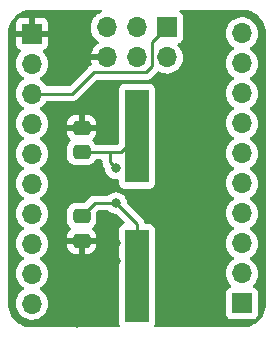
<source format=gbl>
G04 #@! TF.GenerationSoftware,KiCad,Pcbnew,6.0.8-1.fc36*
G04 #@! TF.CreationDate,2022-11-01T17:46:47+01:00*
G04 #@! TF.ProjectId,avr32dd20_eval,61767233-3264-4643-9230-5f6576616c2e,rev?*
G04 #@! TF.SameCoordinates,Original*
G04 #@! TF.FileFunction,Copper,L2,Bot*
G04 #@! TF.FilePolarity,Positive*
%FSLAX46Y46*%
G04 Gerber Fmt 4.6, Leading zero omitted, Abs format (unit mm)*
G04 Created by KiCad (PCBNEW 6.0.8-1.fc36) date 2022-11-01 17:46:47*
%MOMM*%
%LPD*%
G01*
G04 APERTURE LIST*
G04 Aperture macros list*
%AMRoundRect*
0 Rectangle with rounded corners*
0 $1 Rounding radius*
0 $2 $3 $4 $5 $6 $7 $8 $9 X,Y pos of 4 corners*
0 Add a 4 corners polygon primitive as box body*
4,1,4,$2,$3,$4,$5,$6,$7,$8,$9,$2,$3,0*
0 Add four circle primitives for the rounded corners*
1,1,$1+$1,$2,$3*
1,1,$1+$1,$4,$5*
1,1,$1+$1,$6,$7*
1,1,$1+$1,$8,$9*
0 Add four rect primitives between the rounded corners*
20,1,$1+$1,$2,$3,$4,$5,0*
20,1,$1+$1,$4,$5,$6,$7,0*
20,1,$1+$1,$6,$7,$8,$9,0*
20,1,$1+$1,$8,$9,$2,$3,0*%
G04 Aperture macros list end*
G04 #@! TA.AperFunction,ComponentPad*
%ADD10R,1.700000X1.700000*%
G04 #@! TD*
G04 #@! TA.AperFunction,ComponentPad*
%ADD11O,1.700000X1.700000*%
G04 #@! TD*
G04 #@! TA.AperFunction,SMDPad,CuDef*
%ADD12RoundRect,0.250000X-0.475000X0.337500X-0.475000X-0.337500X0.475000X-0.337500X0.475000X0.337500X0*%
G04 #@! TD*
G04 #@! TA.AperFunction,SMDPad,CuDef*
%ADD13R,2.000000X7.875000*%
G04 #@! TD*
G04 #@! TA.AperFunction,SMDPad,CuDef*
%ADD14RoundRect,0.250000X0.475000X-0.337500X0.475000X0.337500X-0.475000X0.337500X-0.475000X-0.337500X0*%
G04 #@! TD*
G04 #@! TA.AperFunction,ViaPad*
%ADD15C,0.800000*%
G04 #@! TD*
G04 #@! TA.AperFunction,Conductor*
%ADD16C,0.250000*%
G04 #@! TD*
G04 APERTURE END LIST*
D10*
X101585000Y-71877000D03*
D11*
X101585000Y-74417000D03*
X99045000Y-71877000D03*
X99045000Y-74417000D03*
X96505000Y-71877000D03*
X96505000Y-74417000D03*
D10*
X107950000Y-95245000D03*
D11*
X107950000Y-92705000D03*
X107950000Y-90165000D03*
X107950000Y-87625000D03*
X107950000Y-85085000D03*
X107950000Y-82545000D03*
X107950000Y-80005000D03*
X107950000Y-77465000D03*
X107950000Y-74925000D03*
X107950000Y-72385000D03*
D12*
X94361000Y-87862500D03*
X94361000Y-89937500D03*
D13*
X99060000Y-92964000D03*
X99060000Y-81089000D03*
D10*
X90170000Y-72395000D03*
D11*
X90170000Y-74935000D03*
X90170000Y-77475000D03*
X90170000Y-80015000D03*
X90170000Y-82555000D03*
X90170000Y-85095000D03*
X90170000Y-87635000D03*
X90170000Y-90175000D03*
X90170000Y-92715000D03*
X90170000Y-95255000D03*
D14*
X94361000Y-82444500D03*
X94361000Y-80369500D03*
D15*
X93980000Y-96901000D03*
X97282000Y-83820000D03*
X104013000Y-96774000D03*
X101092000Y-83312000D03*
X101092000Y-92456000D03*
X103505000Y-71755000D03*
X101092000Y-85090000D03*
X94107000Y-72517000D03*
X94107000Y-75311000D03*
X94107000Y-71120000D03*
X94107000Y-73914000D03*
X97282000Y-90170000D03*
X101092000Y-90678000D03*
X104775000Y-71120000D03*
X101092000Y-81788000D03*
X97028000Y-80391000D03*
X101092000Y-89154000D03*
X102362000Y-77978000D03*
X97282000Y-91694000D03*
X104140000Y-75946000D03*
X97282000Y-88646000D03*
X97282000Y-86741000D03*
D16*
X90170000Y-77475000D02*
X93594000Y-77475000D01*
X93594000Y-77475000D02*
X95377000Y-75692000D01*
X95377000Y-75692000D02*
X99822000Y-75692000D01*
X99822000Y-75692000D02*
X100330000Y-75184000D01*
X100330000Y-75184000D02*
X100330000Y-73132000D01*
X100330000Y-73132000D02*
X101585000Y-71877000D01*
X97282000Y-86741000D02*
X95482500Y-86741000D01*
X95482500Y-86741000D02*
X94361000Y-87862500D01*
X97282000Y-86741000D02*
X99060000Y-88519000D01*
X99060000Y-88519000D02*
X99060000Y-92964000D01*
X97282000Y-83820000D02*
X96774000Y-83312000D01*
X99060000Y-81089000D02*
X97726000Y-82423000D01*
X94382500Y-82423000D02*
X94361000Y-82444500D01*
X96774000Y-82423000D02*
X94382500Y-82423000D01*
X97726000Y-82423000D02*
X96774000Y-82423000D01*
X96774000Y-83312000D02*
X96774000Y-82423000D01*
G04 #@! TA.AperFunction,Conductor*
G36*
X96054965Y-70378502D02*
G01*
X96101458Y-70432158D01*
X96111562Y-70502432D01*
X96082068Y-70567012D01*
X96025991Y-70604265D01*
X95976756Y-70620357D01*
X95778607Y-70723507D01*
X95774474Y-70726610D01*
X95774471Y-70726612D01*
X95604100Y-70854530D01*
X95599965Y-70857635D01*
X95560525Y-70898907D01*
X95506280Y-70955671D01*
X95445629Y-71019138D01*
X95442720Y-71023403D01*
X95442714Y-71023411D01*
X95363243Y-71139912D01*
X95319743Y-71203680D01*
X95279048Y-71291351D01*
X95237129Y-71381658D01*
X95225688Y-71406305D01*
X95165989Y-71621570D01*
X95142251Y-71843695D01*
X95142548Y-71848848D01*
X95142548Y-71848851D01*
X95148422Y-71950720D01*
X95155110Y-72066715D01*
X95156247Y-72071761D01*
X95156248Y-72071767D01*
X95171851Y-72141000D01*
X95204222Y-72284639D01*
X95248980Y-72394865D01*
X95273361Y-72454908D01*
X95288266Y-72491616D01*
X95336022Y-72569547D01*
X95402291Y-72677688D01*
X95404987Y-72682088D01*
X95551250Y-72850938D01*
X95723126Y-72993632D01*
X95740903Y-73004020D01*
X95796955Y-73036774D01*
X95845679Y-73088412D01*
X95858750Y-73158195D01*
X95832019Y-73223967D01*
X95791562Y-73257327D01*
X95783457Y-73261546D01*
X95774738Y-73267036D01*
X95604433Y-73394905D01*
X95596726Y-73401748D01*
X95449590Y-73555717D01*
X95443104Y-73563727D01*
X95323098Y-73739649D01*
X95318000Y-73748623D01*
X95228338Y-73941783D01*
X95224775Y-73951470D01*
X95169389Y-74151183D01*
X95170912Y-74159607D01*
X95183292Y-74163000D01*
X96633000Y-74163000D01*
X96701121Y-74183002D01*
X96747614Y-74236658D01*
X96759000Y-74289000D01*
X96759000Y-74545000D01*
X96738998Y-74613121D01*
X96685342Y-74659614D01*
X96633000Y-74671000D01*
X95188225Y-74671000D01*
X95174694Y-74674973D01*
X95173257Y-74684966D01*
X95203565Y-74819446D01*
X95206645Y-74829275D01*
X95245808Y-74925724D01*
X95252904Y-74996365D01*
X95220682Y-75059629D01*
X95164220Y-75094124D01*
X95123407Y-75105982D01*
X95116581Y-75110019D01*
X95105972Y-75116293D01*
X95088224Y-75124988D01*
X95069383Y-75132448D01*
X95062967Y-75137110D01*
X95062966Y-75137110D01*
X95033613Y-75158436D01*
X95023693Y-75164952D01*
X94992465Y-75183420D01*
X94992462Y-75183422D01*
X94985638Y-75187458D01*
X94971317Y-75201779D01*
X94956284Y-75214619D01*
X94939893Y-75226528D01*
X94934842Y-75232634D01*
X94911702Y-75260605D01*
X94903712Y-75269384D01*
X93368500Y-76804595D01*
X93306188Y-76838621D01*
X93279405Y-76841500D01*
X91446805Y-76841500D01*
X91378684Y-76821498D01*
X91341013Y-76783940D01*
X91252822Y-76647617D01*
X91252820Y-76647614D01*
X91250014Y-76643277D01*
X91099670Y-76478051D01*
X91095619Y-76474852D01*
X91095615Y-76474848D01*
X90928414Y-76342800D01*
X90928410Y-76342798D01*
X90924359Y-76339598D01*
X90883053Y-76316796D01*
X90833084Y-76266364D01*
X90818312Y-76196921D01*
X90843428Y-76130516D01*
X90870780Y-76103909D01*
X90914603Y-76072650D01*
X91049860Y-75976173D01*
X91208096Y-75818489D01*
X91212661Y-75812137D01*
X91335435Y-75641277D01*
X91338453Y-75637077D01*
X91343396Y-75627077D01*
X91435136Y-75441453D01*
X91435137Y-75441451D01*
X91437430Y-75436811D01*
X91502370Y-75223069D01*
X91531529Y-75001590D01*
X91533156Y-74935000D01*
X91514852Y-74712361D01*
X91460431Y-74495702D01*
X91371354Y-74290840D01*
X91305692Y-74189342D01*
X91252822Y-74107617D01*
X91252820Y-74107614D01*
X91250014Y-74103277D01*
X91246540Y-74099459D01*
X91246533Y-74099450D01*
X91102435Y-73941088D01*
X91071383Y-73877242D01*
X91079779Y-73806744D01*
X91124956Y-73751976D01*
X91151400Y-73738307D01*
X91258052Y-73698325D01*
X91273649Y-73689786D01*
X91375724Y-73613285D01*
X91388285Y-73600724D01*
X91464786Y-73498649D01*
X91473324Y-73483054D01*
X91518478Y-73362606D01*
X91522105Y-73347351D01*
X91527631Y-73296486D01*
X91528000Y-73289672D01*
X91528000Y-72667115D01*
X91523525Y-72651876D01*
X91522135Y-72650671D01*
X91514452Y-72649000D01*
X88830116Y-72649000D01*
X88814877Y-72653475D01*
X88813672Y-72654865D01*
X88812001Y-72662548D01*
X88812001Y-73289669D01*
X88812371Y-73296490D01*
X88817895Y-73347352D01*
X88821521Y-73362604D01*
X88866676Y-73483054D01*
X88875214Y-73498649D01*
X88951715Y-73600724D01*
X88964276Y-73613285D01*
X89066351Y-73689786D01*
X89081946Y-73698324D01*
X89190827Y-73739142D01*
X89247591Y-73781784D01*
X89272291Y-73848345D01*
X89257083Y-73917694D01*
X89237691Y-73944175D01*
X89205652Y-73977702D01*
X89110629Y-74077138D01*
X89107715Y-74081410D01*
X89107714Y-74081411D01*
X89099620Y-74093277D01*
X88984743Y-74261680D01*
X88969003Y-74295590D01*
X88893013Y-74459297D01*
X88890688Y-74464305D01*
X88830989Y-74679570D01*
X88807251Y-74901695D01*
X88807548Y-74906848D01*
X88807548Y-74906851D01*
X88818223Y-75091988D01*
X88820110Y-75124715D01*
X88821247Y-75129761D01*
X88821248Y-75129767D01*
X88839058Y-75208793D01*
X88869222Y-75342639D01*
X88930673Y-75493976D01*
X88947262Y-75534829D01*
X88953266Y-75549616D01*
X88983648Y-75599195D01*
X89062005Y-75727062D01*
X89069987Y-75740088D01*
X89216250Y-75908938D01*
X89388126Y-76051632D01*
X89444332Y-76084476D01*
X89461445Y-76094476D01*
X89510169Y-76146114D01*
X89523240Y-76215897D01*
X89496509Y-76281669D01*
X89456055Y-76315027D01*
X89443607Y-76321507D01*
X89439474Y-76324610D01*
X89439471Y-76324612D01*
X89273305Y-76449373D01*
X89264965Y-76455635D01*
X89110629Y-76617138D01*
X89107715Y-76621410D01*
X89107714Y-76621411D01*
X89099620Y-76633277D01*
X88984743Y-76801680D01*
X88967596Y-76838621D01*
X88893013Y-76999297D01*
X88890688Y-77004305D01*
X88830989Y-77219570D01*
X88807251Y-77441695D01*
X88807548Y-77446848D01*
X88807548Y-77446851D01*
X88819235Y-77649547D01*
X88820110Y-77664715D01*
X88821247Y-77669761D01*
X88821248Y-77669767D01*
X88840022Y-77753069D01*
X88869222Y-77882639D01*
X88929014Y-78029890D01*
X88947262Y-78074829D01*
X88953266Y-78089616D01*
X89069987Y-78280088D01*
X89216250Y-78448938D01*
X89388126Y-78591632D01*
X89444332Y-78624476D01*
X89461445Y-78634476D01*
X89510169Y-78686114D01*
X89523240Y-78755897D01*
X89496509Y-78821669D01*
X89456055Y-78855027D01*
X89443607Y-78861507D01*
X89439474Y-78864610D01*
X89439471Y-78864612D01*
X89273305Y-78989373D01*
X89264965Y-78995635D01*
X89110629Y-79157138D01*
X89107715Y-79161410D01*
X89107714Y-79161411D01*
X89099620Y-79173277D01*
X88984743Y-79341680D01*
X88969003Y-79375590D01*
X88893013Y-79539297D01*
X88890688Y-79544305D01*
X88830989Y-79759570D01*
X88807251Y-79981695D01*
X88807548Y-79986848D01*
X88807548Y-79986851D01*
X88814185Y-80101952D01*
X88820110Y-80204715D01*
X88821247Y-80209761D01*
X88821248Y-80209767D01*
X88840022Y-80293069D01*
X88869222Y-80422639D01*
X88907461Y-80516811D01*
X88950783Y-80623500D01*
X88953266Y-80629616D01*
X88960619Y-80641615D01*
X89033510Y-80760562D01*
X89069987Y-80820088D01*
X89216250Y-80988938D01*
X89388126Y-81131632D01*
X89444332Y-81164476D01*
X89461445Y-81174476D01*
X89510169Y-81226114D01*
X89523240Y-81295897D01*
X89496509Y-81361669D01*
X89456055Y-81395027D01*
X89443607Y-81401507D01*
X89439474Y-81404610D01*
X89439471Y-81404612D01*
X89273305Y-81529373D01*
X89264965Y-81535635D01*
X89110629Y-81697138D01*
X89107715Y-81701410D01*
X89107714Y-81701411D01*
X89099620Y-81713277D01*
X88984743Y-81881680D01*
X88969003Y-81915590D01*
X88893013Y-82079297D01*
X88890688Y-82084305D01*
X88830989Y-82299570D01*
X88807251Y-82521695D01*
X88807548Y-82526848D01*
X88807548Y-82526851D01*
X88813011Y-82621590D01*
X88820110Y-82744715D01*
X88821247Y-82749761D01*
X88821248Y-82749767D01*
X88839135Y-82829134D01*
X88869222Y-82962639D01*
X88929942Y-83112176D01*
X88947262Y-83154829D01*
X88953266Y-83169616D01*
X88992250Y-83233233D01*
X89047839Y-83323945D01*
X89069987Y-83360088D01*
X89216250Y-83528938D01*
X89388126Y-83671632D01*
X89430743Y-83696535D01*
X89461445Y-83714476D01*
X89510169Y-83766114D01*
X89523240Y-83835897D01*
X89496509Y-83901669D01*
X89456055Y-83935027D01*
X89443607Y-83941507D01*
X89439474Y-83944610D01*
X89439471Y-83944612D01*
X89273305Y-84069373D01*
X89264965Y-84075635D01*
X89110629Y-84237138D01*
X89107715Y-84241410D01*
X89107714Y-84241411D01*
X89099620Y-84253277D01*
X88984743Y-84421680D01*
X88969003Y-84455590D01*
X88893013Y-84619297D01*
X88890688Y-84624305D01*
X88830989Y-84839570D01*
X88807251Y-85061695D01*
X88807548Y-85066848D01*
X88807548Y-85066851D01*
X88813011Y-85161590D01*
X88820110Y-85284715D01*
X88821247Y-85289761D01*
X88821248Y-85289767D01*
X88840022Y-85373069D01*
X88869222Y-85502639D01*
X88907461Y-85596811D01*
X88947262Y-85694829D01*
X88953266Y-85709616D01*
X89069987Y-85900088D01*
X89216250Y-86068938D01*
X89388126Y-86211632D01*
X89444332Y-86244476D01*
X89461445Y-86254476D01*
X89510169Y-86306114D01*
X89523240Y-86375897D01*
X89496509Y-86441669D01*
X89456055Y-86475027D01*
X89443607Y-86481507D01*
X89439474Y-86484610D01*
X89439471Y-86484612D01*
X89273305Y-86609373D01*
X89264965Y-86615635D01*
X89110629Y-86777138D01*
X89107715Y-86781410D01*
X89107714Y-86781411D01*
X89069585Y-86837306D01*
X88984743Y-86961680D01*
X88969003Y-86995590D01*
X88893013Y-87159297D01*
X88890688Y-87164305D01*
X88830989Y-87379570D01*
X88807251Y-87601695D01*
X88807548Y-87606848D01*
X88807548Y-87606851D01*
X88813011Y-87701590D01*
X88820110Y-87824715D01*
X88821247Y-87829761D01*
X88821248Y-87829767D01*
X88840022Y-87913069D01*
X88869222Y-88042639D01*
X88907461Y-88136811D01*
X88947262Y-88234829D01*
X88953266Y-88249616D01*
X88955965Y-88254020D01*
X89021034Y-88360203D01*
X89069987Y-88440088D01*
X89216250Y-88608938D01*
X89388126Y-88751632D01*
X89444332Y-88784476D01*
X89461445Y-88794476D01*
X89510169Y-88846114D01*
X89523240Y-88915897D01*
X89496509Y-88981669D01*
X89456055Y-89015027D01*
X89443607Y-89021507D01*
X89439474Y-89024610D01*
X89439471Y-89024612D01*
X89273305Y-89149373D01*
X89264965Y-89155635D01*
X89110629Y-89317138D01*
X89107715Y-89321410D01*
X89107714Y-89321411D01*
X89099620Y-89333277D01*
X88984743Y-89501680D01*
X88960965Y-89552905D01*
X88893013Y-89699297D01*
X88890688Y-89704305D01*
X88830989Y-89919570D01*
X88807251Y-90141695D01*
X88807548Y-90146848D01*
X88807548Y-90146851D01*
X88818025Y-90328562D01*
X88820110Y-90364715D01*
X88821247Y-90369761D01*
X88821248Y-90369767D01*
X88840022Y-90453069D01*
X88869222Y-90582639D01*
X88907461Y-90676811D01*
X88947262Y-90774829D01*
X88953266Y-90789616D01*
X88955965Y-90794020D01*
X89063170Y-90968963D01*
X89069987Y-90980088D01*
X89216250Y-91148938D01*
X89388126Y-91291632D01*
X89444332Y-91324476D01*
X89461445Y-91334476D01*
X89510169Y-91386114D01*
X89523240Y-91455897D01*
X89496509Y-91521669D01*
X89456055Y-91555027D01*
X89443607Y-91561507D01*
X89439474Y-91564610D01*
X89439471Y-91564612D01*
X89273305Y-91689373D01*
X89264965Y-91695635D01*
X89110629Y-91857138D01*
X89107715Y-91861410D01*
X89107714Y-91861411D01*
X89099620Y-91873277D01*
X88984743Y-92041680D01*
X88969003Y-92075590D01*
X88893013Y-92239297D01*
X88890688Y-92244305D01*
X88830989Y-92459570D01*
X88807251Y-92681695D01*
X88807548Y-92686848D01*
X88807548Y-92686851D01*
X88813011Y-92781590D01*
X88820110Y-92904715D01*
X88821247Y-92909761D01*
X88821248Y-92909767D01*
X88840022Y-92993069D01*
X88869222Y-93122639D01*
X88907461Y-93216811D01*
X88947262Y-93314829D01*
X88953266Y-93329616D01*
X89069987Y-93520088D01*
X89216250Y-93688938D01*
X89388126Y-93831632D01*
X89432083Y-93857318D01*
X89461445Y-93874476D01*
X89510169Y-93926114D01*
X89523240Y-93995897D01*
X89496509Y-94061669D01*
X89456055Y-94095027D01*
X89443607Y-94101507D01*
X89439474Y-94104610D01*
X89439471Y-94104612D01*
X89269100Y-94232530D01*
X89264965Y-94235635D01*
X89110629Y-94397138D01*
X88984743Y-94581680D01*
X88890688Y-94784305D01*
X88830989Y-94999570D01*
X88807251Y-95221695D01*
X88807548Y-95226848D01*
X88807548Y-95226851D01*
X88813011Y-95321590D01*
X88820110Y-95444715D01*
X88821247Y-95449761D01*
X88821248Y-95449767D01*
X88841119Y-95537939D01*
X88869222Y-95662639D01*
X88953266Y-95869616D01*
X88955965Y-95874020D01*
X89049969Y-96027421D01*
X89069987Y-96060088D01*
X89216250Y-96228938D01*
X89388126Y-96371632D01*
X89581000Y-96484338D01*
X89585825Y-96486180D01*
X89585826Y-96486181D01*
X89658612Y-96513975D01*
X89789692Y-96564030D01*
X89794760Y-96565061D01*
X89794763Y-96565062D01*
X89902017Y-96586883D01*
X90008597Y-96608567D01*
X90013772Y-96608757D01*
X90013774Y-96608757D01*
X90226673Y-96616564D01*
X90226677Y-96616564D01*
X90231837Y-96616753D01*
X90236957Y-96616097D01*
X90236959Y-96616097D01*
X90448288Y-96589025D01*
X90448289Y-96589025D01*
X90453416Y-96588368D01*
X90458366Y-96586883D01*
X90662429Y-96525661D01*
X90662434Y-96525659D01*
X90667384Y-96524174D01*
X90867994Y-96425896D01*
X91049860Y-96296173D01*
X91073500Y-96272616D01*
X91204435Y-96142137D01*
X91208096Y-96138489D01*
X91267594Y-96055689D01*
X91335435Y-95961277D01*
X91338453Y-95957077D01*
X91437430Y-95756811D01*
X91502370Y-95543069D01*
X91531529Y-95321590D01*
X91532736Y-95272204D01*
X91533074Y-95258365D01*
X91533074Y-95258361D01*
X91533156Y-95255000D01*
X91514852Y-95032361D01*
X91460431Y-94815702D01*
X91371354Y-94610840D01*
X91250014Y-94423277D01*
X91099670Y-94258051D01*
X91095619Y-94254852D01*
X91095615Y-94254848D01*
X90928414Y-94122800D01*
X90928410Y-94122798D01*
X90924359Y-94119598D01*
X90883053Y-94096796D01*
X90833084Y-94046364D01*
X90818312Y-93976921D01*
X90843428Y-93910516D01*
X90870780Y-93883909D01*
X90914603Y-93852650D01*
X91049860Y-93756173D01*
X91208096Y-93598489D01*
X91212661Y-93592137D01*
X91335435Y-93421277D01*
X91338453Y-93417077D01*
X91343396Y-93407077D01*
X91435136Y-93221453D01*
X91435137Y-93221451D01*
X91437430Y-93216811D01*
X91502370Y-93003069D01*
X91531529Y-92781590D01*
X91533156Y-92715000D01*
X91514852Y-92492361D01*
X91460431Y-92275702D01*
X91371354Y-92070840D01*
X91250014Y-91883277D01*
X91099670Y-91718051D01*
X91095619Y-91714852D01*
X91095615Y-91714848D01*
X90928414Y-91582800D01*
X90928410Y-91582798D01*
X90924359Y-91579598D01*
X90883053Y-91556796D01*
X90833084Y-91506364D01*
X90818312Y-91436921D01*
X90843428Y-91370516D01*
X90870780Y-91343909D01*
X90914603Y-91312650D01*
X91049860Y-91216173D01*
X91208096Y-91058489D01*
X91212661Y-91052137D01*
X91335435Y-90881277D01*
X91338453Y-90877077D01*
X91343396Y-90867077D01*
X91435136Y-90681453D01*
X91435137Y-90681451D01*
X91437430Y-90676811D01*
X91502370Y-90463069D01*
X91520930Y-90322095D01*
X93128001Y-90322095D01*
X93128338Y-90328614D01*
X93138257Y-90424206D01*
X93141149Y-90437600D01*
X93192588Y-90591784D01*
X93198761Y-90604962D01*
X93284063Y-90742807D01*
X93293099Y-90754208D01*
X93407829Y-90868739D01*
X93419240Y-90877751D01*
X93557243Y-90962816D01*
X93570424Y-90968963D01*
X93724710Y-91020138D01*
X93738086Y-91023005D01*
X93832438Y-91032672D01*
X93838854Y-91033000D01*
X94088885Y-91033000D01*
X94104124Y-91028525D01*
X94105329Y-91027135D01*
X94107000Y-91019452D01*
X94107000Y-91014884D01*
X94615000Y-91014884D01*
X94619475Y-91030123D01*
X94620865Y-91031328D01*
X94628548Y-91032999D01*
X94883095Y-91032999D01*
X94889614Y-91032662D01*
X94985206Y-91022743D01*
X94998600Y-91019851D01*
X95152784Y-90968412D01*
X95165962Y-90962239D01*
X95303807Y-90876937D01*
X95315208Y-90867901D01*
X95429739Y-90753171D01*
X95438751Y-90741760D01*
X95523816Y-90603757D01*
X95529963Y-90590576D01*
X95581138Y-90436290D01*
X95584005Y-90422914D01*
X95593672Y-90328562D01*
X95594000Y-90322146D01*
X95594000Y-90209615D01*
X95589525Y-90194376D01*
X95588135Y-90193171D01*
X95580452Y-90191500D01*
X94633115Y-90191500D01*
X94617876Y-90195975D01*
X94616671Y-90197365D01*
X94615000Y-90205048D01*
X94615000Y-91014884D01*
X94107000Y-91014884D01*
X94107000Y-90209615D01*
X94102525Y-90194376D01*
X94101135Y-90193171D01*
X94093452Y-90191500D01*
X93146116Y-90191500D01*
X93130877Y-90195975D01*
X93129672Y-90197365D01*
X93128001Y-90205048D01*
X93128001Y-90322095D01*
X91520930Y-90322095D01*
X91531529Y-90241590D01*
X91533156Y-90175000D01*
X91514852Y-89952361D01*
X91460431Y-89735702D01*
X91371354Y-89530840D01*
X91250014Y-89343277D01*
X91099670Y-89178051D01*
X91095619Y-89174852D01*
X91095615Y-89174848D01*
X90928414Y-89042800D01*
X90928410Y-89042798D01*
X90924359Y-89039598D01*
X90883053Y-89016796D01*
X90833084Y-88966364D01*
X90818312Y-88896921D01*
X90843428Y-88830516D01*
X90870780Y-88803909D01*
X90914661Y-88772609D01*
X91049860Y-88676173D01*
X91208096Y-88518489D01*
X91212661Y-88512137D01*
X91335435Y-88341277D01*
X91338453Y-88337077D01*
X91343396Y-88327077D01*
X91435136Y-88141453D01*
X91435137Y-88141451D01*
X91437430Y-88136811D01*
X91502370Y-87923069D01*
X91531529Y-87701590D01*
X91533156Y-87635000D01*
X91514852Y-87412361D01*
X91460431Y-87195702D01*
X91371354Y-86990840D01*
X91327252Y-86922668D01*
X91252822Y-86807617D01*
X91252820Y-86807614D01*
X91250014Y-86803277D01*
X91099670Y-86638051D01*
X91095619Y-86634852D01*
X91095615Y-86634848D01*
X90928414Y-86502800D01*
X90928410Y-86502798D01*
X90924359Y-86499598D01*
X90883053Y-86476796D01*
X90833084Y-86426364D01*
X90818312Y-86356921D01*
X90843428Y-86290516D01*
X90870780Y-86263909D01*
X90914923Y-86232422D01*
X91049860Y-86136173D01*
X91075798Y-86110326D01*
X91204435Y-85982137D01*
X91208096Y-85978489D01*
X91212661Y-85972137D01*
X91335435Y-85801277D01*
X91338453Y-85797077D01*
X91343396Y-85787077D01*
X91435136Y-85601453D01*
X91435137Y-85601451D01*
X91437430Y-85596811D01*
X91502370Y-85383069D01*
X91531529Y-85161590D01*
X91533156Y-85095000D01*
X91514852Y-84872361D01*
X91460431Y-84655702D01*
X91371354Y-84450840D01*
X91250014Y-84263277D01*
X91099670Y-84098051D01*
X91095619Y-84094852D01*
X91095615Y-84094848D01*
X90928414Y-83962800D01*
X90928410Y-83962798D01*
X90924359Y-83959598D01*
X90883053Y-83936796D01*
X90833084Y-83886364D01*
X90818312Y-83816921D01*
X90843428Y-83750516D01*
X90870780Y-83723909D01*
X90914603Y-83692650D01*
X91049860Y-83596173D01*
X91208096Y-83438489D01*
X91212661Y-83432137D01*
X91335435Y-83261277D01*
X91338453Y-83257077D01*
X91341892Y-83250120D01*
X91435136Y-83061453D01*
X91435137Y-83061451D01*
X91437430Y-83056811D01*
X91502370Y-82843069D01*
X91503775Y-82832400D01*
X93127500Y-82832400D01*
X93127837Y-82835646D01*
X93127837Y-82835650D01*
X93128075Y-82837939D01*
X93138474Y-82938166D01*
X93140655Y-82944702D01*
X93140655Y-82944704D01*
X93173068Y-83041857D01*
X93194450Y-83105946D01*
X93287522Y-83256348D01*
X93412697Y-83381305D01*
X93418927Y-83385145D01*
X93418928Y-83385146D01*
X93556090Y-83469694D01*
X93563262Y-83474115D01*
X93575488Y-83478170D01*
X93724611Y-83527632D01*
X93724613Y-83527632D01*
X93731139Y-83529797D01*
X93737975Y-83530497D01*
X93737978Y-83530498D01*
X93781031Y-83534909D01*
X93835600Y-83540500D01*
X94886400Y-83540500D01*
X94889646Y-83540163D01*
X94889650Y-83540163D01*
X94985308Y-83530238D01*
X94985312Y-83530237D01*
X94992166Y-83529526D01*
X94998702Y-83527345D01*
X94998704Y-83527345D01*
X95146098Y-83478170D01*
X95159946Y-83473550D01*
X95310348Y-83380478D01*
X95330703Y-83360088D01*
X95430134Y-83260483D01*
X95435305Y-83255303D01*
X95520937Y-83116383D01*
X95573708Y-83068891D01*
X95628196Y-83056500D01*
X96014500Y-83056500D01*
X96082621Y-83076502D01*
X96129114Y-83130158D01*
X96140500Y-83182500D01*
X96140500Y-83233233D01*
X96139973Y-83244416D01*
X96138298Y-83251909D01*
X96138547Y-83259835D01*
X96138547Y-83259836D01*
X96140438Y-83319986D01*
X96140500Y-83323945D01*
X96140500Y-83351856D01*
X96140997Y-83355790D01*
X96140997Y-83355791D01*
X96141005Y-83355856D01*
X96141938Y-83367693D01*
X96143327Y-83411889D01*
X96148150Y-83428489D01*
X96148978Y-83431339D01*
X96152987Y-83450700D01*
X96155526Y-83470797D01*
X96158445Y-83478168D01*
X96158445Y-83478170D01*
X96171804Y-83511912D01*
X96175649Y-83523142D01*
X96177711Y-83530238D01*
X96187982Y-83565593D01*
X96192015Y-83572412D01*
X96192017Y-83572417D01*
X96198293Y-83583028D01*
X96206988Y-83600776D01*
X96214448Y-83619617D01*
X96219110Y-83626033D01*
X96219110Y-83626034D01*
X96240436Y-83655387D01*
X96246952Y-83665307D01*
X96269458Y-83703362D01*
X96283779Y-83717683D01*
X96296619Y-83732716D01*
X96308528Y-83749107D01*
X96314632Y-83754156D01*
X96314636Y-83754161D01*
X96326425Y-83763913D01*
X96366164Y-83822747D01*
X96371421Y-83847828D01*
X96388458Y-84009928D01*
X96447473Y-84191556D01*
X96542960Y-84356944D01*
X96547378Y-84361851D01*
X96547379Y-84361852D01*
X96592244Y-84411680D01*
X96670747Y-84498866D01*
X96825248Y-84611118D01*
X96831276Y-84613802D01*
X96831278Y-84613803D01*
X96936656Y-84660720D01*
X96999712Y-84688794D01*
X97093113Y-84708647D01*
X97180056Y-84727128D01*
X97180061Y-84727128D01*
X97186513Y-84728500D01*
X97377487Y-84728500D01*
X97386594Y-84726564D01*
X97399304Y-84723863D01*
X97470095Y-84729266D01*
X97526727Y-84772083D01*
X97551220Y-84838720D01*
X97551500Y-84847110D01*
X97551500Y-85074634D01*
X97558255Y-85136816D01*
X97609385Y-85273205D01*
X97696739Y-85389761D01*
X97813295Y-85477115D01*
X97949684Y-85528245D01*
X98011866Y-85535000D01*
X100108134Y-85535000D01*
X100170316Y-85528245D01*
X100306705Y-85477115D01*
X100423261Y-85389761D01*
X100510615Y-85273205D01*
X100561745Y-85136816D01*
X100568500Y-85074634D01*
X100568500Y-77103366D01*
X100561745Y-77041184D01*
X100510615Y-76904795D01*
X100423261Y-76788239D01*
X100306705Y-76700885D01*
X100170316Y-76649755D01*
X100108134Y-76643000D01*
X98011866Y-76643000D01*
X97949684Y-76649755D01*
X97813295Y-76700885D01*
X97696739Y-76788239D01*
X97609385Y-76904795D01*
X97558255Y-77041184D01*
X97551500Y-77103366D01*
X97551500Y-81649405D01*
X97531498Y-81717526D01*
X97514595Y-81738500D01*
X97500500Y-81752595D01*
X97438188Y-81786621D01*
X97411405Y-81789500D01*
X96845793Y-81789500D01*
X96822184Y-81787268D01*
X96821881Y-81787210D01*
X96821877Y-81787210D01*
X96814094Y-81785725D01*
X96758049Y-81789251D01*
X96750138Y-81789500D01*
X95601741Y-81789500D01*
X95533620Y-81769498D01*
X95494597Y-81729803D01*
X95482007Y-81709457D01*
X95434478Y-81632652D01*
X95309303Y-81507695D01*
X95304765Y-81504898D01*
X95264176Y-81447647D01*
X95260946Y-81376724D01*
X95296572Y-81315313D01*
X95305068Y-81307938D01*
X95315207Y-81299902D01*
X95429739Y-81185171D01*
X95438751Y-81173760D01*
X95523816Y-81035757D01*
X95529963Y-81022576D01*
X95581138Y-80868290D01*
X95584005Y-80854914D01*
X95593672Y-80760562D01*
X95594000Y-80754146D01*
X95594000Y-80641615D01*
X95589525Y-80626376D01*
X95588135Y-80625171D01*
X95580452Y-80623500D01*
X93146116Y-80623500D01*
X93130877Y-80627975D01*
X93129672Y-80629365D01*
X93128001Y-80637048D01*
X93128001Y-80754095D01*
X93128338Y-80760614D01*
X93138257Y-80856206D01*
X93141149Y-80869600D01*
X93192588Y-81023784D01*
X93198761Y-81036962D01*
X93284063Y-81174807D01*
X93293099Y-81186208D01*
X93407828Y-81300738D01*
X93416762Y-81307794D01*
X93457823Y-81365712D01*
X93461053Y-81436635D01*
X93425426Y-81498046D01*
X93417593Y-81504846D01*
X93411652Y-81508522D01*
X93286695Y-81633697D01*
X93282855Y-81639927D01*
X93282854Y-81639928D01*
X93202986Y-81769498D01*
X93193885Y-81784262D01*
X93191581Y-81791209D01*
X93153643Y-81905590D01*
X93138203Y-81952139D01*
X93127500Y-82056600D01*
X93127500Y-82832400D01*
X91503775Y-82832400D01*
X91531529Y-82621590D01*
X91533156Y-82555000D01*
X91514852Y-82332361D01*
X91460431Y-82115702D01*
X91371354Y-81910840D01*
X91290736Y-81786223D01*
X91252822Y-81727617D01*
X91252820Y-81727614D01*
X91250014Y-81723277D01*
X91099670Y-81558051D01*
X91095619Y-81554852D01*
X91095615Y-81554848D01*
X90928414Y-81422800D01*
X90928410Y-81422798D01*
X90924359Y-81419598D01*
X90883053Y-81396796D01*
X90833084Y-81346364D01*
X90818312Y-81276921D01*
X90843428Y-81210516D01*
X90870780Y-81183909D01*
X90914603Y-81152650D01*
X91049860Y-81056173D01*
X91070348Y-81035757D01*
X91204435Y-80902137D01*
X91208096Y-80898489D01*
X91212661Y-80892137D01*
X91335435Y-80721277D01*
X91338453Y-80717077D01*
X91343396Y-80707077D01*
X91435136Y-80521453D01*
X91435137Y-80521451D01*
X91437430Y-80516811D01*
X91502370Y-80303069D01*
X91529449Y-80097385D01*
X93128000Y-80097385D01*
X93132475Y-80112624D01*
X93133865Y-80113829D01*
X93141548Y-80115500D01*
X94088885Y-80115500D01*
X94104124Y-80111025D01*
X94105329Y-80109635D01*
X94107000Y-80101952D01*
X94107000Y-80097385D01*
X94615000Y-80097385D01*
X94619475Y-80112624D01*
X94620865Y-80113829D01*
X94628548Y-80115500D01*
X95575884Y-80115500D01*
X95591123Y-80111025D01*
X95592328Y-80109635D01*
X95593999Y-80101952D01*
X95593999Y-79984905D01*
X95593662Y-79978386D01*
X95583743Y-79882794D01*
X95580851Y-79869400D01*
X95529412Y-79715216D01*
X95523239Y-79702038D01*
X95437937Y-79564193D01*
X95428901Y-79552792D01*
X95314171Y-79438261D01*
X95302760Y-79429249D01*
X95164757Y-79344184D01*
X95151576Y-79338037D01*
X94997290Y-79286862D01*
X94983914Y-79283995D01*
X94889562Y-79274328D01*
X94883145Y-79274000D01*
X94633115Y-79274000D01*
X94617876Y-79278475D01*
X94616671Y-79279865D01*
X94615000Y-79287548D01*
X94615000Y-80097385D01*
X94107000Y-80097385D01*
X94107000Y-79292116D01*
X94102525Y-79276877D01*
X94101135Y-79275672D01*
X94093452Y-79274001D01*
X93838905Y-79274001D01*
X93832386Y-79274338D01*
X93736794Y-79284257D01*
X93723400Y-79287149D01*
X93569216Y-79338588D01*
X93556038Y-79344761D01*
X93418193Y-79430063D01*
X93406792Y-79439099D01*
X93292261Y-79553829D01*
X93283249Y-79565240D01*
X93198184Y-79703243D01*
X93192037Y-79716424D01*
X93140862Y-79870710D01*
X93137995Y-79884086D01*
X93128328Y-79978438D01*
X93128000Y-79984855D01*
X93128000Y-80097385D01*
X91529449Y-80097385D01*
X91531529Y-80081590D01*
X91533156Y-80015000D01*
X91514852Y-79792361D01*
X91460431Y-79575702D01*
X91371354Y-79370840D01*
X91250014Y-79183277D01*
X91099670Y-79018051D01*
X91095619Y-79014852D01*
X91095615Y-79014848D01*
X90928414Y-78882800D01*
X90928410Y-78882798D01*
X90924359Y-78879598D01*
X90883053Y-78856796D01*
X90833084Y-78806364D01*
X90818312Y-78736921D01*
X90843428Y-78670516D01*
X90870780Y-78643909D01*
X90914603Y-78612650D01*
X91049860Y-78516173D01*
X91208096Y-78358489D01*
X91212661Y-78352137D01*
X91335435Y-78181277D01*
X91338453Y-78177077D01*
X91340746Y-78172437D01*
X91342446Y-78169608D01*
X91394674Y-78121518D01*
X91450451Y-78108500D01*
X93515233Y-78108500D01*
X93526416Y-78109027D01*
X93533909Y-78110702D01*
X93541835Y-78110453D01*
X93541836Y-78110453D01*
X93601986Y-78108562D01*
X93605945Y-78108500D01*
X93633856Y-78108500D01*
X93637791Y-78108003D01*
X93637856Y-78107995D01*
X93649693Y-78107062D01*
X93681951Y-78106048D01*
X93685970Y-78105922D01*
X93693889Y-78105673D01*
X93713343Y-78100021D01*
X93732700Y-78096013D01*
X93744930Y-78094468D01*
X93744931Y-78094468D01*
X93752797Y-78093474D01*
X93760168Y-78090555D01*
X93760170Y-78090555D01*
X93793912Y-78077196D01*
X93805142Y-78073351D01*
X93839983Y-78063229D01*
X93839984Y-78063229D01*
X93847593Y-78061018D01*
X93854412Y-78056985D01*
X93854417Y-78056983D01*
X93865028Y-78050707D01*
X93882776Y-78042012D01*
X93901617Y-78034552D01*
X93937387Y-78008564D01*
X93947307Y-78002048D01*
X93978535Y-77983580D01*
X93978538Y-77983578D01*
X93985362Y-77979542D01*
X93999683Y-77965221D01*
X94014717Y-77952380D01*
X94024694Y-77945131D01*
X94031107Y-77940472D01*
X94059298Y-77906395D01*
X94067288Y-77897616D01*
X95602500Y-76362405D01*
X95664812Y-76328379D01*
X95691595Y-76325500D01*
X99743233Y-76325500D01*
X99754416Y-76326027D01*
X99761909Y-76327702D01*
X99769835Y-76327453D01*
X99769836Y-76327453D01*
X99829986Y-76325562D01*
X99833945Y-76325500D01*
X99861856Y-76325500D01*
X99865791Y-76325003D01*
X99865856Y-76324995D01*
X99877693Y-76324062D01*
X99909951Y-76323048D01*
X99913970Y-76322922D01*
X99921889Y-76322673D01*
X99941343Y-76317021D01*
X99960700Y-76313013D01*
X99972930Y-76311468D01*
X99972931Y-76311468D01*
X99980797Y-76310474D01*
X99988168Y-76307555D01*
X99988170Y-76307555D01*
X100021912Y-76294196D01*
X100033142Y-76290351D01*
X100067983Y-76280229D01*
X100067984Y-76280229D01*
X100075593Y-76278018D01*
X100082412Y-76273985D01*
X100082417Y-76273983D01*
X100093028Y-76267707D01*
X100110776Y-76259012D01*
X100129617Y-76251552D01*
X100165387Y-76225564D01*
X100175307Y-76219048D01*
X100206535Y-76200580D01*
X100206538Y-76200578D01*
X100213362Y-76196542D01*
X100227683Y-76182221D01*
X100242717Y-76169380D01*
X100259107Y-76157472D01*
X100287298Y-76123395D01*
X100295288Y-76114616D01*
X100722247Y-75687657D01*
X100730537Y-75680113D01*
X100737018Y-75676000D01*
X100778032Y-75632324D01*
X100839245Y-75596358D01*
X100910185Y-75599195D01*
X100933453Y-75609788D01*
X100996000Y-75646338D01*
X101204692Y-75726030D01*
X101209760Y-75727061D01*
X101209763Y-75727062D01*
X101317017Y-75748883D01*
X101423597Y-75770567D01*
X101428772Y-75770757D01*
X101428774Y-75770757D01*
X101641673Y-75778564D01*
X101641677Y-75778564D01*
X101646837Y-75778753D01*
X101651957Y-75778097D01*
X101651959Y-75778097D01*
X101863288Y-75751025D01*
X101863289Y-75751025D01*
X101868416Y-75750368D01*
X101902681Y-75740088D01*
X102077429Y-75687661D01*
X102077434Y-75687659D01*
X102082384Y-75686174D01*
X102282994Y-75587896D01*
X102464860Y-75458173D01*
X102623096Y-75300489D01*
X102651756Y-75260605D01*
X102750435Y-75123277D01*
X102753453Y-75119077D01*
X102765786Y-75094124D01*
X102850136Y-74923453D01*
X102850137Y-74923451D01*
X102852430Y-74918811D01*
X102884900Y-74811940D01*
X102915865Y-74710023D01*
X102915865Y-74710021D01*
X102917370Y-74705069D01*
X102946529Y-74483590D01*
X102948156Y-74417000D01*
X102929852Y-74194361D01*
X102875431Y-73977702D01*
X102786354Y-73772840D01*
X102718761Y-73668357D01*
X102667822Y-73589617D01*
X102667820Y-73589614D01*
X102665014Y-73585277D01*
X102645405Y-73563727D01*
X102517798Y-73423488D01*
X102486746Y-73359642D01*
X102495141Y-73289143D01*
X102540317Y-73234375D01*
X102566761Y-73220706D01*
X102673297Y-73180767D01*
X102681705Y-73177615D01*
X102798261Y-73090261D01*
X102885615Y-72973705D01*
X102936745Y-72837316D01*
X102943500Y-72775134D01*
X102943500Y-70978866D01*
X102936745Y-70916684D01*
X102885615Y-70780295D01*
X102798261Y-70663739D01*
X102693635Y-70585326D01*
X102651120Y-70528467D01*
X102646094Y-70457648D01*
X102680154Y-70395355D01*
X102742485Y-70361365D01*
X102769200Y-70358500D01*
X107900633Y-70358500D01*
X107920018Y-70360000D01*
X107934851Y-70362310D01*
X107934855Y-70362310D01*
X107943724Y-70363691D01*
X107952626Y-70362527D01*
X107952629Y-70362527D01*
X107960012Y-70361561D01*
X107984591Y-70360767D01*
X108011442Y-70362527D01*
X108206922Y-70375340D01*
X108223262Y-70377491D01*
X108313071Y-70395355D01*
X108467696Y-70426112D01*
X108483606Y-70430375D01*
X108719600Y-70510484D01*
X108734826Y-70516791D01*
X108958342Y-70627016D01*
X108972616Y-70635257D01*
X109179829Y-70773713D01*
X109192905Y-70783746D01*
X109380278Y-70948068D01*
X109391932Y-70959722D01*
X109556254Y-71147095D01*
X109566287Y-71160171D01*
X109704743Y-71367384D01*
X109712984Y-71381658D01*
X109823209Y-71605174D01*
X109829515Y-71620398D01*
X109909625Y-71856394D01*
X109913889Y-71872307D01*
X109962509Y-72116738D01*
X109964660Y-72133078D01*
X109978763Y-72348236D01*
X109977733Y-72371350D01*
X109977690Y-72374854D01*
X109976309Y-72383724D01*
X109977473Y-72392626D01*
X109977473Y-72392628D01*
X109980436Y-72415283D01*
X109981500Y-72431621D01*
X109981500Y-95200633D01*
X109980000Y-95220018D01*
X109977690Y-95234851D01*
X109977690Y-95234855D01*
X109976309Y-95243724D01*
X109977473Y-95252626D01*
X109977473Y-95252629D01*
X109978439Y-95260012D01*
X109979233Y-95284591D01*
X109964660Y-95506922D01*
X109962509Y-95523262D01*
X109916054Y-95756811D01*
X109913889Y-95767693D01*
X109909625Y-95783606D01*
X109850740Y-95957077D01*
X109829516Y-96019600D01*
X109823209Y-96034826D01*
X109712984Y-96258342D01*
X109704743Y-96272616D01*
X109566287Y-96479829D01*
X109556254Y-96492905D01*
X109391932Y-96680278D01*
X109380278Y-96691932D01*
X109192905Y-96856254D01*
X109179829Y-96866287D01*
X108972616Y-97004743D01*
X108958342Y-97012984D01*
X108734826Y-97123209D01*
X108719602Y-97129515D01*
X108483606Y-97209625D01*
X108467696Y-97213888D01*
X108345477Y-97238199D01*
X108223262Y-97262509D01*
X108206922Y-97264660D01*
X108058134Y-97274413D01*
X107991763Y-97278763D01*
X107968650Y-97277733D01*
X107965146Y-97277690D01*
X107956276Y-97276309D01*
X107947374Y-97277473D01*
X107947372Y-97277473D01*
X107933915Y-97279233D01*
X107924714Y-97280436D01*
X107908379Y-97281500D01*
X100642443Y-97281500D01*
X100574322Y-97261498D01*
X100527829Y-97207842D01*
X100517725Y-97137568D01*
X100524461Y-97111270D01*
X100549559Y-97044323D01*
X100561745Y-97011816D01*
X100568500Y-96949634D01*
X100568500Y-92671695D01*
X106587251Y-92671695D01*
X106587548Y-92676848D01*
X106587548Y-92676851D01*
X106593011Y-92771590D01*
X106600110Y-92894715D01*
X106601247Y-92899761D01*
X106601248Y-92899767D01*
X106603502Y-92909767D01*
X106649222Y-93112639D01*
X106733266Y-93319616D01*
X106849987Y-93510088D01*
X106996250Y-93678938D01*
X107000230Y-93682242D01*
X107004981Y-93686187D01*
X107044616Y-93745090D01*
X107046113Y-93816071D01*
X107008997Y-93876593D01*
X106968724Y-93901112D01*
X106853295Y-93944385D01*
X106736739Y-94031739D01*
X106649385Y-94148295D01*
X106598255Y-94284684D01*
X106591500Y-94346866D01*
X106591500Y-96143134D01*
X106598255Y-96205316D01*
X106649385Y-96341705D01*
X106736739Y-96458261D01*
X106853295Y-96545615D01*
X106989684Y-96596745D01*
X107051866Y-96603500D01*
X108848134Y-96603500D01*
X108910316Y-96596745D01*
X109046705Y-96545615D01*
X109163261Y-96458261D01*
X109250615Y-96341705D01*
X109301745Y-96205316D01*
X109308500Y-96143134D01*
X109308500Y-94346866D01*
X109301745Y-94284684D01*
X109250615Y-94148295D01*
X109163261Y-94031739D01*
X109046705Y-93944385D01*
X109034132Y-93939672D01*
X108928203Y-93899960D01*
X108871439Y-93857318D01*
X108846739Y-93790756D01*
X108861947Y-93721408D01*
X108883493Y-93692727D01*
X108978061Y-93598489D01*
X108988096Y-93588489D01*
X109047594Y-93505689D01*
X109115435Y-93411277D01*
X109118453Y-93407077D01*
X109156737Y-93329616D01*
X109215136Y-93211453D01*
X109215137Y-93211451D01*
X109217430Y-93206811D01*
X109282370Y-92993069D01*
X109311529Y-92771590D01*
X109311611Y-92768240D01*
X109313074Y-92708365D01*
X109313074Y-92708361D01*
X109313156Y-92705000D01*
X109294852Y-92482361D01*
X109240431Y-92265702D01*
X109151354Y-92060840D01*
X109039291Y-91887617D01*
X109032822Y-91877617D01*
X109032820Y-91877614D01*
X109030014Y-91873277D01*
X108879670Y-91708051D01*
X108875619Y-91704852D01*
X108875615Y-91704848D01*
X108708414Y-91572800D01*
X108708410Y-91572798D01*
X108704359Y-91569598D01*
X108663053Y-91546796D01*
X108613084Y-91496364D01*
X108598312Y-91426921D01*
X108623428Y-91360516D01*
X108650780Y-91333909D01*
X108714684Y-91288327D01*
X108829860Y-91206173D01*
X108988096Y-91048489D01*
X109000428Y-91031328D01*
X109115435Y-90871277D01*
X109118453Y-90867077D01*
X109156737Y-90789616D01*
X109215136Y-90671453D01*
X109215137Y-90671451D01*
X109217430Y-90666811D01*
X109282370Y-90453069D01*
X109311529Y-90231590D01*
X109312509Y-90191500D01*
X109313074Y-90168365D01*
X109313074Y-90168361D01*
X109313156Y-90165000D01*
X109294852Y-89942361D01*
X109240431Y-89725702D01*
X109151354Y-89520840D01*
X109039291Y-89347617D01*
X109032822Y-89337617D01*
X109032820Y-89337614D01*
X109030014Y-89333277D01*
X108879670Y-89168051D01*
X108875619Y-89164852D01*
X108875615Y-89164848D01*
X108708414Y-89032800D01*
X108708410Y-89032798D01*
X108704359Y-89029598D01*
X108663053Y-89006796D01*
X108613084Y-88956364D01*
X108598312Y-88886921D01*
X108623428Y-88820516D01*
X108650780Y-88793909D01*
X108714684Y-88748327D01*
X108829860Y-88666173D01*
X108988096Y-88508489D01*
X109009183Y-88479144D01*
X109115435Y-88331277D01*
X109118453Y-88327077D01*
X109122400Y-88319092D01*
X109215136Y-88131453D01*
X109215137Y-88131451D01*
X109217430Y-88126811D01*
X109282370Y-87913069D01*
X109311529Y-87691590D01*
X109312069Y-87669502D01*
X109313074Y-87628365D01*
X109313074Y-87628361D01*
X109313156Y-87625000D01*
X109294852Y-87402361D01*
X109240431Y-87185702D01*
X109151354Y-86980840D01*
X109039291Y-86807617D01*
X109032822Y-86797617D01*
X109032820Y-86797614D01*
X109030014Y-86793277D01*
X108879670Y-86628051D01*
X108875619Y-86624852D01*
X108875615Y-86624848D01*
X108708414Y-86492800D01*
X108708410Y-86492798D01*
X108704359Y-86489598D01*
X108663053Y-86466796D01*
X108613084Y-86416364D01*
X108598312Y-86346921D01*
X108623428Y-86280516D01*
X108650780Y-86253909D01*
X108715931Y-86207437D01*
X108829860Y-86126173D01*
X108845763Y-86110326D01*
X108978061Y-85978489D01*
X108988096Y-85968489D01*
X109001467Y-85949882D01*
X109115435Y-85791277D01*
X109118453Y-85787077D01*
X109156737Y-85709616D01*
X109215136Y-85591453D01*
X109215137Y-85591451D01*
X109217430Y-85586811D01*
X109282370Y-85373069D01*
X109311529Y-85151590D01*
X109312082Y-85128960D01*
X109313074Y-85088365D01*
X109313074Y-85088361D01*
X109313156Y-85085000D01*
X109294852Y-84862361D01*
X109240431Y-84645702D01*
X109151354Y-84440840D01*
X109039291Y-84267617D01*
X109032822Y-84257617D01*
X109032820Y-84257614D01*
X109030014Y-84253277D01*
X108879670Y-84088051D01*
X108875619Y-84084852D01*
X108875615Y-84084848D01*
X108708414Y-83952800D01*
X108708410Y-83952798D01*
X108704359Y-83949598D01*
X108663053Y-83926796D01*
X108613084Y-83876364D01*
X108598312Y-83806921D01*
X108623428Y-83740516D01*
X108650780Y-83713909D01*
X108714684Y-83668327D01*
X108829860Y-83586173D01*
X108988096Y-83428489D01*
X108994558Y-83419497D01*
X109115435Y-83251277D01*
X109118453Y-83247077D01*
X109156737Y-83169616D01*
X109215136Y-83051453D01*
X109215137Y-83051451D01*
X109217430Y-83046811D01*
X109282370Y-82833069D01*
X109311529Y-82611590D01*
X109311611Y-82608240D01*
X109313074Y-82548365D01*
X109313074Y-82548361D01*
X109313156Y-82545000D01*
X109294852Y-82322361D01*
X109240431Y-82105702D01*
X109151354Y-81900840D01*
X109111906Y-81839862D01*
X109032822Y-81717617D01*
X109032820Y-81717614D01*
X109030014Y-81713277D01*
X108879670Y-81548051D01*
X108875619Y-81544852D01*
X108875615Y-81544848D01*
X108708414Y-81412800D01*
X108708410Y-81412798D01*
X108704359Y-81409598D01*
X108663053Y-81386796D01*
X108613084Y-81336364D01*
X108598312Y-81266921D01*
X108623428Y-81200516D01*
X108650780Y-81173909D01*
X108714684Y-81128327D01*
X108829860Y-81046173D01*
X108840313Y-81035757D01*
X108978061Y-80898489D01*
X108988096Y-80888489D01*
X109002611Y-80868290D01*
X109115435Y-80711277D01*
X109118453Y-80707077D01*
X109153064Y-80637048D01*
X109215136Y-80511453D01*
X109215137Y-80511451D01*
X109217430Y-80506811D01*
X109282370Y-80293069D01*
X109311529Y-80071590D01*
X109311611Y-80068240D01*
X109313074Y-80008365D01*
X109313074Y-80008361D01*
X109313156Y-80005000D01*
X109294852Y-79782361D01*
X109240431Y-79565702D01*
X109151354Y-79360840D01*
X109039291Y-79187617D01*
X109032822Y-79177617D01*
X109032820Y-79177614D01*
X109030014Y-79173277D01*
X108879670Y-79008051D01*
X108875619Y-79004852D01*
X108875615Y-79004848D01*
X108708414Y-78872800D01*
X108708410Y-78872798D01*
X108704359Y-78869598D01*
X108663053Y-78846796D01*
X108613084Y-78796364D01*
X108598312Y-78726921D01*
X108623428Y-78660516D01*
X108650780Y-78633909D01*
X108714684Y-78588327D01*
X108829860Y-78506173D01*
X108988096Y-78348489D01*
X109047594Y-78265689D01*
X109115435Y-78171277D01*
X109118453Y-78167077D01*
X109147404Y-78108500D01*
X109215136Y-77971453D01*
X109215137Y-77971451D01*
X109217430Y-77966811D01*
X109282370Y-77753069D01*
X109311529Y-77531590D01*
X109313156Y-77465000D01*
X109294852Y-77242361D01*
X109240431Y-77025702D01*
X109151354Y-76820840D01*
X109073752Y-76700885D01*
X109032822Y-76637617D01*
X109032820Y-76637614D01*
X109030014Y-76633277D01*
X108879670Y-76468051D01*
X108875619Y-76464852D01*
X108875615Y-76464848D01*
X108708414Y-76332800D01*
X108708410Y-76332798D01*
X108704359Y-76329598D01*
X108663053Y-76306796D01*
X108613084Y-76256364D01*
X108598312Y-76186921D01*
X108623428Y-76120516D01*
X108650780Y-76093909D01*
X108714684Y-76048327D01*
X108829860Y-75966173D01*
X108988096Y-75808489D01*
X109009464Y-75778753D01*
X109115435Y-75631277D01*
X109118453Y-75627077D01*
X109133869Y-75595886D01*
X109215136Y-75431453D01*
X109215137Y-75431451D01*
X109217430Y-75426811D01*
X109282370Y-75213069D01*
X109311529Y-74991590D01*
X109311611Y-74988240D01*
X109313074Y-74928365D01*
X109313074Y-74928361D01*
X109313156Y-74925000D01*
X109294852Y-74702361D01*
X109240431Y-74485702D01*
X109151354Y-74280840D01*
X109039291Y-74107617D01*
X109032822Y-74097617D01*
X109032820Y-74097614D01*
X109030014Y-74093277D01*
X108879670Y-73928051D01*
X108875619Y-73924852D01*
X108875615Y-73924848D01*
X108708414Y-73792800D01*
X108708410Y-73792798D01*
X108704359Y-73789598D01*
X108663053Y-73766796D01*
X108613084Y-73716364D01*
X108598312Y-73646921D01*
X108623428Y-73580516D01*
X108650780Y-73553909D01*
X108694603Y-73522650D01*
X108829860Y-73426173D01*
X108836004Y-73420051D01*
X108984435Y-73272137D01*
X108988096Y-73268489D01*
X109009464Y-73238753D01*
X109115435Y-73091277D01*
X109118453Y-73087077D01*
X109126561Y-73070673D01*
X109215136Y-72891453D01*
X109215137Y-72891451D01*
X109217430Y-72886811D01*
X109282370Y-72673069D01*
X109311529Y-72451590D01*
X109313156Y-72385000D01*
X109294852Y-72162361D01*
X109240431Y-71945702D01*
X109151354Y-71740840D01*
X109030014Y-71553277D01*
X108879670Y-71388051D01*
X108875619Y-71384852D01*
X108875615Y-71384848D01*
X108708414Y-71252800D01*
X108708410Y-71252798D01*
X108704359Y-71249598D01*
X108508789Y-71141638D01*
X108503920Y-71139914D01*
X108503916Y-71139912D01*
X108303087Y-71068795D01*
X108303083Y-71068794D01*
X108298212Y-71067069D01*
X108293119Y-71066162D01*
X108293116Y-71066161D01*
X108083373Y-71028800D01*
X108083367Y-71028799D01*
X108078284Y-71027894D01*
X108004452Y-71026992D01*
X107860081Y-71025228D01*
X107860079Y-71025228D01*
X107854911Y-71025165D01*
X107634091Y-71058955D01*
X107421756Y-71128357D01*
X107223607Y-71231507D01*
X107219474Y-71234610D01*
X107219471Y-71234612D01*
X107049100Y-71362530D01*
X107044965Y-71365635D01*
X106890629Y-71527138D01*
X106764743Y-71711680D01*
X106749003Y-71745590D01*
X106701071Y-71848851D01*
X106670688Y-71914305D01*
X106610989Y-72129570D01*
X106610440Y-72134707D01*
X106609456Y-72143913D01*
X106587251Y-72351695D01*
X106587548Y-72356848D01*
X106587548Y-72356851D01*
X106597222Y-72524625D01*
X106600110Y-72574715D01*
X106601247Y-72579761D01*
X106601248Y-72579767D01*
X106623392Y-72678023D01*
X106649222Y-72792639D01*
X106687461Y-72886811D01*
X106725663Y-72980891D01*
X106733266Y-72999616D01*
X106761832Y-73046232D01*
X106842344Y-73177615D01*
X106849987Y-73190088D01*
X106996250Y-73358938D01*
X107168126Y-73501632D01*
X107238595Y-73542811D01*
X107241445Y-73544476D01*
X107290169Y-73596114D01*
X107303240Y-73665897D01*
X107276509Y-73731669D01*
X107236055Y-73765027D01*
X107223607Y-73771507D01*
X107219474Y-73774610D01*
X107219471Y-73774612D01*
X107049100Y-73902530D01*
X107044965Y-73905635D01*
X106890629Y-74067138D01*
X106887715Y-74071410D01*
X106887714Y-74071411D01*
X106875404Y-74089457D01*
X106764743Y-74251680D01*
X106670688Y-74454305D01*
X106610989Y-74669570D01*
X106587251Y-74891695D01*
X106587548Y-74896848D01*
X106587548Y-74896851D01*
X106593011Y-74991590D01*
X106600110Y-75114715D01*
X106601247Y-75119761D01*
X106601248Y-75119767D01*
X106617768Y-75193069D01*
X106649222Y-75332639D01*
X106733266Y-75539616D01*
X106776268Y-75609789D01*
X106846370Y-75724185D01*
X106849987Y-75730088D01*
X106996250Y-75898938D01*
X107168126Y-76041632D01*
X107185239Y-76051632D01*
X107241445Y-76084476D01*
X107290169Y-76136114D01*
X107303240Y-76205897D01*
X107276509Y-76271669D01*
X107236055Y-76305027D01*
X107223607Y-76311507D01*
X107219474Y-76314610D01*
X107219471Y-76314612D01*
X107155817Y-76362405D01*
X107044965Y-76445635D01*
X106890629Y-76607138D01*
X106887715Y-76611410D01*
X106887714Y-76611411D01*
X106861558Y-76649755D01*
X106764743Y-76791680D01*
X106670688Y-76994305D01*
X106610989Y-77209570D01*
X106587251Y-77431695D01*
X106587548Y-77436848D01*
X106587548Y-77436851D01*
X106593011Y-77531590D01*
X106600110Y-77654715D01*
X106601247Y-77659761D01*
X106601248Y-77659767D01*
X106603502Y-77669767D01*
X106649222Y-77872639D01*
X106704415Y-78008564D01*
X106713075Y-78029890D01*
X106733266Y-78079616D01*
X106849987Y-78270088D01*
X106996250Y-78438938D01*
X107168126Y-78581632D01*
X107185239Y-78591632D01*
X107241445Y-78624476D01*
X107290169Y-78676114D01*
X107303240Y-78745897D01*
X107276509Y-78811669D01*
X107236055Y-78845027D01*
X107223607Y-78851507D01*
X107219474Y-78854610D01*
X107219471Y-78854612D01*
X107049100Y-78982530D01*
X107044965Y-78985635D01*
X106890629Y-79147138D01*
X106887715Y-79151410D01*
X106887714Y-79151411D01*
X106875404Y-79169457D01*
X106764743Y-79331680D01*
X106670688Y-79534305D01*
X106610989Y-79749570D01*
X106587251Y-79971695D01*
X106587548Y-79976848D01*
X106587548Y-79976851D01*
X106599812Y-80189547D01*
X106600110Y-80194715D01*
X106601247Y-80199761D01*
X106601248Y-80199767D01*
X106603502Y-80209767D01*
X106649222Y-80412639D01*
X106733266Y-80619616D01*
X106746747Y-80641615D01*
X106819638Y-80760562D01*
X106849987Y-80810088D01*
X106996250Y-80978938D01*
X107168126Y-81121632D01*
X107185239Y-81131632D01*
X107241445Y-81164476D01*
X107290169Y-81216114D01*
X107303240Y-81285897D01*
X107276509Y-81351669D01*
X107236055Y-81385027D01*
X107223607Y-81391507D01*
X107219474Y-81394610D01*
X107219471Y-81394612D01*
X107049100Y-81522530D01*
X107044965Y-81525635D01*
X107041393Y-81529373D01*
X106926688Y-81649405D01*
X106890629Y-81687138D01*
X106887715Y-81691410D01*
X106887714Y-81691411D01*
X106822325Y-81787268D01*
X106764743Y-81871680D01*
X106670688Y-82074305D01*
X106610989Y-82289570D01*
X106587251Y-82511695D01*
X106587548Y-82516848D01*
X106587548Y-82516851D01*
X106593011Y-82611590D01*
X106600110Y-82734715D01*
X106601247Y-82739761D01*
X106601248Y-82739767D01*
X106622125Y-82832400D01*
X106649222Y-82952639D01*
X106733266Y-83159616D01*
X106735965Y-83164020D01*
X106833967Y-83323945D01*
X106849987Y-83350088D01*
X106996250Y-83518938D01*
X107168126Y-83661632D01*
X107185239Y-83671632D01*
X107241445Y-83704476D01*
X107290169Y-83756114D01*
X107303240Y-83825897D01*
X107276509Y-83891669D01*
X107236055Y-83925027D01*
X107223607Y-83931507D01*
X107219474Y-83934610D01*
X107219471Y-83934612D01*
X107110798Y-84016206D01*
X107044965Y-84065635D01*
X106890629Y-84227138D01*
X106887715Y-84231410D01*
X106887714Y-84231411D01*
X106875404Y-84249457D01*
X106764743Y-84411680D01*
X106670688Y-84614305D01*
X106610989Y-84829570D01*
X106587251Y-85051695D01*
X106587548Y-85056848D01*
X106587548Y-85056851D01*
X106593011Y-85151590D01*
X106600110Y-85274715D01*
X106601247Y-85279761D01*
X106601248Y-85279767D01*
X106603502Y-85289767D01*
X106649222Y-85492639D01*
X106733266Y-85699616D01*
X106849987Y-85890088D01*
X106996250Y-86058938D01*
X107168126Y-86201632D01*
X107238595Y-86242811D01*
X107241445Y-86244476D01*
X107290169Y-86296114D01*
X107303240Y-86365897D01*
X107276509Y-86431669D01*
X107236055Y-86465027D01*
X107223607Y-86471507D01*
X107219474Y-86474610D01*
X107219471Y-86474612D01*
X107117636Y-86551072D01*
X107044965Y-86605635D01*
X106890629Y-86767138D01*
X106887715Y-86771410D01*
X106887714Y-86771411D01*
X106875404Y-86789457D01*
X106764743Y-86951680D01*
X106670688Y-87154305D01*
X106610989Y-87369570D01*
X106587251Y-87591695D01*
X106587548Y-87596848D01*
X106587548Y-87596851D01*
X106593011Y-87691590D01*
X106600110Y-87814715D01*
X106601247Y-87819761D01*
X106601248Y-87819767D01*
X106603502Y-87829767D01*
X106649222Y-88032639D01*
X106733266Y-88239616D01*
X106741834Y-88253598D01*
X106807162Y-88360203D01*
X106849987Y-88430088D01*
X106996250Y-88598938D01*
X107168126Y-88741632D01*
X107185239Y-88751632D01*
X107241445Y-88784476D01*
X107290169Y-88836114D01*
X107303240Y-88905897D01*
X107276509Y-88971669D01*
X107236055Y-89005027D01*
X107223607Y-89011507D01*
X107219474Y-89014610D01*
X107219471Y-89014612D01*
X107049100Y-89142530D01*
X107044965Y-89145635D01*
X106890629Y-89307138D01*
X106887715Y-89311410D01*
X106887714Y-89311411D01*
X106875404Y-89329457D01*
X106764743Y-89491680D01*
X106717715Y-89592993D01*
X106677781Y-89679025D01*
X106670688Y-89694305D01*
X106610989Y-89909570D01*
X106587251Y-90131695D01*
X106587548Y-90136848D01*
X106587548Y-90136851D01*
X106593011Y-90231590D01*
X106600110Y-90354715D01*
X106601247Y-90359761D01*
X106601248Y-90359767D01*
X106618494Y-90436290D01*
X106649222Y-90572639D01*
X106710673Y-90723976D01*
X106718320Y-90742807D01*
X106733266Y-90779616D01*
X106735965Y-90784020D01*
X106845531Y-90962816D01*
X106849987Y-90970088D01*
X106996250Y-91138938D01*
X107168126Y-91281632D01*
X107185239Y-91291632D01*
X107241445Y-91324476D01*
X107290169Y-91376114D01*
X107303240Y-91445897D01*
X107276509Y-91511669D01*
X107236055Y-91545027D01*
X107223607Y-91551507D01*
X107219474Y-91554610D01*
X107219471Y-91554612D01*
X107049100Y-91682530D01*
X107044965Y-91685635D01*
X106890629Y-91847138D01*
X106887715Y-91851410D01*
X106887714Y-91851411D01*
X106875404Y-91869457D01*
X106764743Y-92031680D01*
X106670688Y-92234305D01*
X106610989Y-92449570D01*
X106587251Y-92671695D01*
X100568500Y-92671695D01*
X100568500Y-88978366D01*
X100561745Y-88916184D01*
X100510615Y-88779795D01*
X100423261Y-88663239D01*
X100306705Y-88575885D01*
X100170316Y-88524755D01*
X100114440Y-88518685D01*
X100111531Y-88518369D01*
X100108134Y-88518000D01*
X99812945Y-88518000D01*
X99744824Y-88497998D01*
X99698331Y-88444342D01*
X99690723Y-88419098D01*
X99690675Y-88419112D01*
X99689275Y-88414293D01*
X99689252Y-88414217D01*
X99688463Y-88411500D01*
X99685023Y-88399659D01*
X99681012Y-88380295D01*
X99679467Y-88368064D01*
X99678474Y-88360203D01*
X99675557Y-88352836D01*
X99675556Y-88352831D01*
X99662198Y-88319092D01*
X99658354Y-88307865D01*
X99648230Y-88273022D01*
X99646018Y-88265407D01*
X99635707Y-88247972D01*
X99627012Y-88230224D01*
X99619552Y-88211383D01*
X99593564Y-88175613D01*
X99587048Y-88165693D01*
X99568580Y-88134465D01*
X99568578Y-88134462D01*
X99564542Y-88127638D01*
X99550221Y-88113317D01*
X99537380Y-88098283D01*
X99530131Y-88088306D01*
X99525472Y-88081893D01*
X99491395Y-88053702D01*
X99482616Y-88045712D01*
X98229122Y-86792217D01*
X98195096Y-86729905D01*
X98192907Y-86716292D01*
X98176232Y-86557635D01*
X98176232Y-86557633D01*
X98175542Y-86551072D01*
X98116527Y-86369444D01*
X98084712Y-86314338D01*
X98062304Y-86275528D01*
X98021040Y-86204056D01*
X98004881Y-86186109D01*
X97897675Y-86067045D01*
X97897674Y-86067044D01*
X97893253Y-86062134D01*
X97738752Y-85949882D01*
X97732724Y-85947198D01*
X97732722Y-85947197D01*
X97570319Y-85874891D01*
X97570318Y-85874891D01*
X97564288Y-85872206D01*
X97470888Y-85852353D01*
X97383944Y-85833872D01*
X97383939Y-85833872D01*
X97377487Y-85832500D01*
X97186513Y-85832500D01*
X97180061Y-85833872D01*
X97180056Y-85833872D01*
X97093112Y-85852353D01*
X96999712Y-85872206D01*
X96993682Y-85874891D01*
X96993681Y-85874891D01*
X96831278Y-85947197D01*
X96831276Y-85947198D01*
X96825248Y-85949882D01*
X96819907Y-85953762D01*
X96819906Y-85953763D01*
X96785874Y-85978489D01*
X96670747Y-86062134D01*
X96666332Y-86067037D01*
X96661420Y-86071460D01*
X96660295Y-86070211D01*
X96606986Y-86103051D01*
X96573800Y-86107500D01*
X95561268Y-86107500D01*
X95550085Y-86106973D01*
X95542592Y-86105298D01*
X95534666Y-86105547D01*
X95534665Y-86105547D01*
X95474502Y-86107438D01*
X95470544Y-86107500D01*
X95442644Y-86107500D01*
X95438654Y-86108004D01*
X95426820Y-86108936D01*
X95382611Y-86110326D01*
X95374995Y-86112539D01*
X95374993Y-86112539D01*
X95363152Y-86115979D01*
X95343793Y-86119988D01*
X95342483Y-86120154D01*
X95323703Y-86122526D01*
X95316337Y-86125442D01*
X95316331Y-86125444D01*
X95282598Y-86138800D01*
X95271368Y-86142645D01*
X95236517Y-86152770D01*
X95228907Y-86154981D01*
X95222084Y-86159016D01*
X95211466Y-86165295D01*
X95193713Y-86173992D01*
X95186068Y-86177019D01*
X95174883Y-86181448D01*
X95168468Y-86186109D01*
X95139112Y-86207437D01*
X95129195Y-86213951D01*
X95091138Y-86236458D01*
X95076817Y-86250779D01*
X95061784Y-86263619D01*
X95045393Y-86275528D01*
X95040342Y-86281634D01*
X95017202Y-86309605D01*
X95009212Y-86318384D01*
X94598001Y-86729595D01*
X94535689Y-86763621D01*
X94508906Y-86766500D01*
X93835600Y-86766500D01*
X93832354Y-86766837D01*
X93832350Y-86766837D01*
X93736692Y-86776762D01*
X93736688Y-86776763D01*
X93729834Y-86777474D01*
X93723298Y-86779655D01*
X93723296Y-86779655D01*
X93591194Y-86823728D01*
X93562054Y-86833450D01*
X93411652Y-86926522D01*
X93286695Y-87051697D01*
X93282855Y-87057927D01*
X93282854Y-87057928D01*
X93197929Y-87195702D01*
X93193885Y-87202262D01*
X93138203Y-87370139D01*
X93137503Y-87376975D01*
X93137502Y-87376978D01*
X93134032Y-87410843D01*
X93127500Y-87474600D01*
X93127500Y-88250400D01*
X93127837Y-88253646D01*
X93127837Y-88253650D01*
X93135892Y-88331277D01*
X93138474Y-88356166D01*
X93140655Y-88362702D01*
X93140655Y-88362704D01*
X93161669Y-88425689D01*
X93194450Y-88523946D01*
X93287522Y-88674348D01*
X93412697Y-88799305D01*
X93417235Y-88802102D01*
X93457824Y-88859353D01*
X93461054Y-88930276D01*
X93425428Y-88991687D01*
X93416932Y-88999062D01*
X93406793Y-89007098D01*
X93292261Y-89121829D01*
X93283249Y-89133240D01*
X93198184Y-89271243D01*
X93192037Y-89284424D01*
X93140862Y-89438710D01*
X93137995Y-89452086D01*
X93128328Y-89546438D01*
X93128000Y-89552855D01*
X93128000Y-89665385D01*
X93132475Y-89680624D01*
X93133865Y-89681829D01*
X93141548Y-89683500D01*
X95575884Y-89683500D01*
X95591123Y-89679025D01*
X95592328Y-89677635D01*
X95593999Y-89669952D01*
X95593999Y-89552905D01*
X95593662Y-89546386D01*
X95583743Y-89450794D01*
X95580851Y-89437400D01*
X95529412Y-89283216D01*
X95523239Y-89270038D01*
X95437937Y-89132193D01*
X95428901Y-89120792D01*
X95314172Y-89006262D01*
X95305238Y-88999206D01*
X95264177Y-88941288D01*
X95260947Y-88870365D01*
X95296574Y-88808954D01*
X95304407Y-88802154D01*
X95310348Y-88798478D01*
X95435305Y-88673303D01*
X95441946Y-88662529D01*
X95524275Y-88528968D01*
X95524276Y-88528966D01*
X95528115Y-88522738D01*
X95564084Y-88414293D01*
X95581632Y-88361389D01*
X95581632Y-88361387D01*
X95583797Y-88354861D01*
X95586095Y-88332438D01*
X95592962Y-88265407D01*
X95594500Y-88250400D01*
X95594500Y-87577094D01*
X95614502Y-87508973D01*
X95631405Y-87487999D01*
X95707999Y-87411405D01*
X95770311Y-87377379D01*
X95797094Y-87374500D01*
X96573800Y-87374500D01*
X96641921Y-87394502D01*
X96661147Y-87410843D01*
X96661420Y-87410540D01*
X96666332Y-87414963D01*
X96670747Y-87419866D01*
X96676086Y-87423745D01*
X96764524Y-87487999D01*
X96825248Y-87532118D01*
X96831276Y-87534802D01*
X96831278Y-87534803D01*
X96969992Y-87596562D01*
X96999712Y-87609794D01*
X97087081Y-87628365D01*
X97180056Y-87648128D01*
X97180061Y-87648128D01*
X97186513Y-87649500D01*
X97242406Y-87649500D01*
X97310527Y-87669502D01*
X97331501Y-87686405D01*
X97971438Y-88326342D01*
X98005464Y-88388654D01*
X98000399Y-88459469D01*
X97957852Y-88516305D01*
X97926572Y-88533419D01*
X97821705Y-88572732D01*
X97821704Y-88572733D01*
X97813295Y-88575885D01*
X97696739Y-88663239D01*
X97609385Y-88779795D01*
X97558255Y-88916184D01*
X97551500Y-88978366D01*
X97551500Y-96949634D01*
X97558255Y-97011816D01*
X97570442Y-97044323D01*
X97595539Y-97111270D01*
X97600722Y-97182077D01*
X97566801Y-97244446D01*
X97504546Y-97278576D01*
X97477557Y-97281500D01*
X90219367Y-97281500D01*
X90199982Y-97280000D01*
X90185149Y-97277690D01*
X90185145Y-97277690D01*
X90176276Y-97276309D01*
X90167374Y-97277473D01*
X90167371Y-97277473D01*
X90159988Y-97278439D01*
X90135409Y-97279233D01*
X90090799Y-97276309D01*
X89913078Y-97264660D01*
X89896738Y-97262509D01*
X89774523Y-97238199D01*
X89652304Y-97213888D01*
X89636394Y-97209625D01*
X89400398Y-97129515D01*
X89385174Y-97123209D01*
X89161658Y-97012984D01*
X89147384Y-97004743D01*
X88940171Y-96866287D01*
X88927095Y-96856254D01*
X88739722Y-96691932D01*
X88728068Y-96680278D01*
X88563746Y-96492905D01*
X88553713Y-96479829D01*
X88415257Y-96272616D01*
X88407016Y-96258342D01*
X88296791Y-96034826D01*
X88290484Y-96019600D01*
X88269260Y-95957077D01*
X88210375Y-95783606D01*
X88206111Y-95767693D01*
X88203947Y-95756811D01*
X88157491Y-95523262D01*
X88155340Y-95506922D01*
X88141476Y-95295407D01*
X88142650Y-95272232D01*
X88142334Y-95272204D01*
X88142770Y-95267344D01*
X88143576Y-95262552D01*
X88143729Y-95250000D01*
X88139773Y-95222376D01*
X88138500Y-95204514D01*
X88138500Y-72443250D01*
X88140246Y-72422345D01*
X88142770Y-72407344D01*
X88142770Y-72407341D01*
X88143576Y-72402552D01*
X88143729Y-72390000D01*
X88142003Y-72377947D01*
X88141001Y-72351845D01*
X88155340Y-72133078D01*
X88156682Y-72122885D01*
X88812000Y-72122885D01*
X88816475Y-72138124D01*
X88817865Y-72139329D01*
X88825548Y-72141000D01*
X89897885Y-72141000D01*
X89913124Y-72136525D01*
X89914329Y-72135135D01*
X89916000Y-72127452D01*
X89916000Y-72122885D01*
X90424000Y-72122885D01*
X90428475Y-72138124D01*
X90429865Y-72139329D01*
X90437548Y-72141000D01*
X91509884Y-72141000D01*
X91525123Y-72136525D01*
X91526328Y-72135135D01*
X91527999Y-72127452D01*
X91527999Y-71500331D01*
X91527629Y-71493510D01*
X91522105Y-71442648D01*
X91518479Y-71427396D01*
X91473324Y-71306946D01*
X91464786Y-71291351D01*
X91388285Y-71189276D01*
X91375724Y-71176715D01*
X91273649Y-71100214D01*
X91258054Y-71091676D01*
X91137606Y-71046522D01*
X91122351Y-71042895D01*
X91071486Y-71037369D01*
X91064672Y-71037000D01*
X90442115Y-71037000D01*
X90426876Y-71041475D01*
X90425671Y-71042865D01*
X90424000Y-71050548D01*
X90424000Y-72122885D01*
X89916000Y-72122885D01*
X89916000Y-71055116D01*
X89911525Y-71039877D01*
X89910135Y-71038672D01*
X89902452Y-71037001D01*
X89275331Y-71037001D01*
X89268510Y-71037371D01*
X89217648Y-71042895D01*
X89202396Y-71046521D01*
X89081946Y-71091676D01*
X89066351Y-71100214D01*
X88964276Y-71176715D01*
X88951715Y-71189276D01*
X88875214Y-71291351D01*
X88866676Y-71306946D01*
X88821522Y-71427394D01*
X88817895Y-71442649D01*
X88812369Y-71493514D01*
X88812000Y-71500328D01*
X88812000Y-72122885D01*
X88156682Y-72122885D01*
X88157491Y-72116738D01*
X88206111Y-71872307D01*
X88210375Y-71856394D01*
X88290485Y-71620398D01*
X88296791Y-71605174D01*
X88407016Y-71381658D01*
X88415257Y-71367384D01*
X88553713Y-71160171D01*
X88563746Y-71147095D01*
X88728068Y-70959722D01*
X88739722Y-70948068D01*
X88927095Y-70783746D01*
X88940171Y-70773713D01*
X89147384Y-70635257D01*
X89161658Y-70627016D01*
X89385174Y-70516791D01*
X89400400Y-70510484D01*
X89636394Y-70430375D01*
X89652304Y-70426112D01*
X89806929Y-70395355D01*
X89896738Y-70377491D01*
X89913078Y-70375340D01*
X90061866Y-70365587D01*
X90128237Y-70361237D01*
X90151350Y-70362267D01*
X90154854Y-70362310D01*
X90163724Y-70363691D01*
X90172626Y-70362527D01*
X90172628Y-70362527D01*
X90189449Y-70360327D01*
X90195286Y-70359564D01*
X90211621Y-70358500D01*
X95986844Y-70358500D01*
X96054965Y-70378502D01*
G37*
G04 #@! TD.AperFunction*
M02*

</source>
